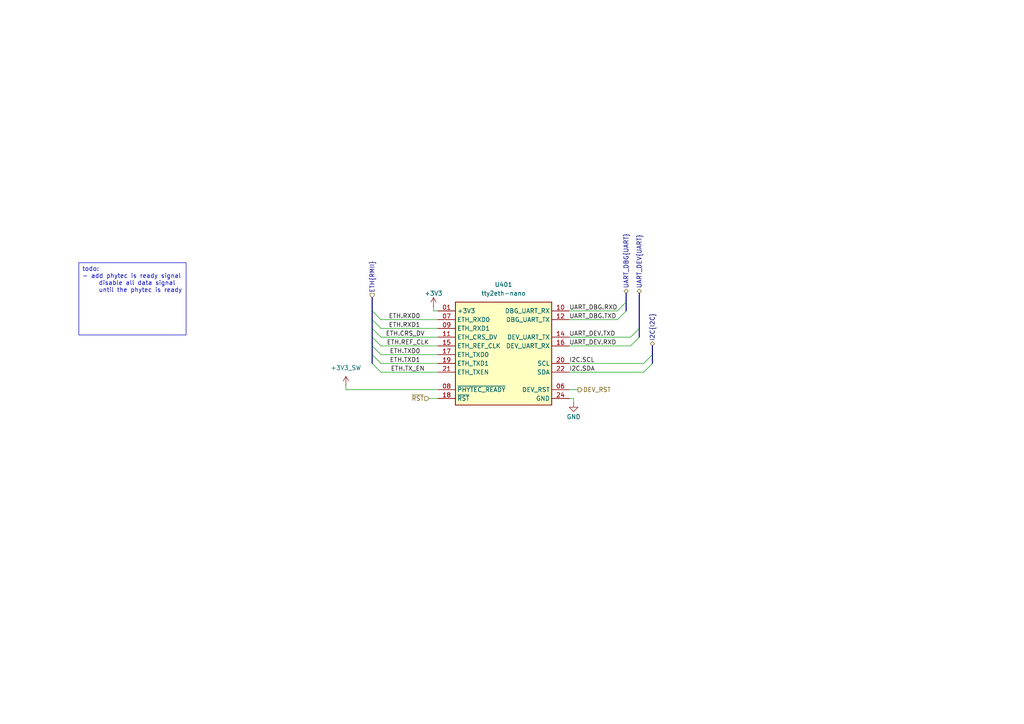
<source format=kicad_sch>
(kicad_sch (version 20250114) (generator "eeschema") (generator_version "9.0")
  (paper "A4")
  (lib_symbols
    (symbol "extras:tty2eth-nano"
      (property "Reference" "U" (at 5.08 3.81 0))
      (property "Value" "tty2eth-nano" (at 33.02 3.81 0))
      (symbol "tty2eth-nano_1_0"
        (pin power_in line (at 0 0 0) (length 5.08) (hide yes) (name "+3V3") (number "02"))
        (pin power_in line (at 0 0 0) (length 5.08) (hide yes) (name "+3V3") (number "03"))
        (pin input line (at 0 -2.54 0) (length 5.08) (name "ETH_RXD0") (number "07"))
        (pin input line (at 0 -5.08 0) (length 5.08) (name "ETH_RXD1") (number "09"))
        (pin output line (at 0 -7.62 0) (length 5.08) (name "ETH_CRS_DV") (number "11"))
        (pin input line (at 0 -10.16 0) (length 5.08) (name "ETH_REF_CLK") (number "15"))
        (pin input line (at 0 -12.7 0) (length 5.08) (name "ETH_TXD0") (number "17"))
        (pin input line (at 0 -15.24 0) (length 5.08) (name "ETH_TXD1") (number "19"))
        (pin input line (at 0 -17.78 0) (length 5.08) (name "ETH_TXEN") (number "21"))
        (pin input line (at 0 -22.86 0) (length 5.08) (name "~{PHYTEC_READY}") (number "08"))
        (pin input line (at 0 -25.4 0) (length 5.08) (name "~{RST}") (number "18"))
        (pin input line (at 38.1 0 180) (length 5.08) (name "DBG_UART_RX") (number "10"))
        (pin output line (at 38.1 -2.54 180) (length 5.08) (name "DBG_UART_TX") (number "12"))
        (pin output line (at 38.1 -7.62 180) (length 5.08) (name "DEV_UART_TX") (number "14"))
        (pin input line (at 38.1 -10.16 180) (length 5.08) (name "DEV_UART_RX") (number "16"))
        (pin output line (at 38.1 -15.24 180) (length 5.08) (name "SCL") (number "20"))
        (pin bidirectional line (at 38.1 -17.78 180) (length 5.08) (name "SDA") (number "22"))
        (pin output line (at 38.1 -22.86 180) (length 5.08) (name "DEV_RST") (number "06"))
        (pin power_in line (at 38.1 -25.4 180) (length 5.08) (hide yes) (name "GND") (number "04"))
        (pin power_in line (at 38.1 -25.4 180) (length 5.08) (hide yes) (name "GND") (number "05"))
        (pin power_in line (at 38.1 -25.4 180) (length 5.08) (hide yes) (name "GND") (number "13"))
        (pin power_in line (at 38.1 -25.4 180) (length 5.08) (hide yes) (name "GND") (number "23"))
        (pin power_in line (at 38.1 -25.4 180) (length 5.08) (name "GND") (number "24"))
      )
      (symbol "tty2eth-nano_1_1"
        (rectangle (start 5.08 2.54) (end 33.02 -27.305) (stroke (width 0.254)) (fill (type background)))
        (pin power_in line (at 0 0 0) (length 5.08) (name "+3V3") (number "01"))
      )
    )
    (symbol "power:+3V3" (power) (pin_numbers (hide yes)) (pin_names (offset 0) (hide yes))
      (property "Value" "+3V3" (at 0 3.556 0))
      (symbol "+3V3_0_1"
        (polyline (pts (xy -0.762 1.27) (xy 0 2.54)))
        (polyline (pts (xy 0 2.54) (xy 0.762 1.27)))
        (polyline (pts (xy 0 0) (xy 0 2.54)))
      )
      (symbol "+3V3_1_1"
        (pin power_in line (at 0 0 90) (length 0) (name "~") (number "1"))
      )
    )
    (symbol "power:GND" (power) (pin_numbers (hide yes)) (pin_names (offset 0) (hide yes))
      (property "Value" "GND" (at 0 -3.81 0))
      (symbol "GND_0_1"
        (polyline (pts (xy 0 0) (xy 0 -1.27) (xy 1.27 -1.27) (xy 0 -2.54) (xy -1.27 -1.27) (xy 0 -1.27)))
      )
      (symbol "GND_1_1"
        (pin power_in line (at 0 0 270) (length 0) (name "~") (number "1"))
      )
    )
  )
  (text_box "todo:\n- add phytec is ready signal\n	disable all data signal \n	until the phytec is ready" (at 22.86 76.2 0) (size 31.115 20.955) (margins 0.9525 0.9525 0.9525 0.9525) (effects (font (size 1.27 1.27)) (justify left top)))
  (bus_entry (at 107.95 100.33) (size 2.54 2.54))
  (bus_entry (at 107.95 102.87) (size 2.54 2.54))
  (bus_entry (at 107.95 90.17) (size 2.54 2.54))
  (bus_entry (at 185.42 97.79) (size -2.54 2.54))
  (bus_entry (at 107.95 95.25) (size 2.54 2.54))
  (bus_entry (at 107.95 97.79) (size 2.54 2.54))
  (bus_entry (at 181.61 87.63) (size -2.54 2.54))
  (bus_entry (at 189.23 105.41) (size -2.54 2.54))
  (bus_entry (at 107.95 105.41) (size 2.54 2.54))
  (bus_entry (at 181.61 90.17) (size -2.54 2.54))
  (bus_entry (at 185.42 95.25) (size -2.54 2.54))
  (bus_entry (at 189.23 102.87) (size -2.54 2.54))
  (bus_entry (at 107.95 92.71) (size 2.54 2.54))
  (wire (pts (xy 110.49 100.33) (xy 127 100.33)))
  (bus (pts (xy 189.23 100.33) (xy 189.23 102.87)))
  (wire (pts (xy 127 90.17) (xy 125.73 90.17)))
  (bus (pts (xy 107.95 95.25) (xy 107.95 97.79)))
  (wire (pts (xy 124.46 115.57) (xy 127 115.57)))
  (bus (pts (xy 107.95 92.71) (xy 107.95 95.25)))
  (wire (pts (xy 165.1 105.41) (xy 186.69 105.41)))
  (wire (pts (xy 100.33 113.03) (xy 127 113.03)))
  (bus (pts (xy 107.95 90.17) (xy 107.95 92.71)))
  (bus (pts (xy 107.95 100.33) (xy 107.95 102.87)))
  (wire (pts (xy 110.49 97.79) (xy 127 97.79)))
  (wire (pts (xy 165.1 90.17) (xy 179.07 90.17)))
  (bus (pts (xy 185.42 95.25) (xy 185.42 97.79)))
  (bus (pts (xy 107.95 97.79) (xy 107.95 100.33)))
  (wire (pts (xy 166.37 115.57) (xy 165.1 115.57)))
  (wire (pts (xy 110.49 107.95) (xy 127 107.95)))
  (bus (pts (xy 107.95 102.87) (xy 107.95 105.41)))
  (wire (pts (xy 110.49 105.41) (xy 127 105.41)))
  (bus (pts (xy 181.61 85.09) (xy 181.61 87.63)))
  (wire (pts (xy 110.49 95.25) (xy 127 95.25)))
  (wire (pts (xy 110.49 92.71) (xy 127 92.71)))
  (wire (pts (xy 110.49 102.87) (xy 127 102.87)))
  (wire (pts (xy 165.1 100.33) (xy 182.88 100.33)))
  (wire (pts (xy 167.64 113.03) (xy 165.1 113.03)))
  (wire (pts (xy 125.73 90.17) (xy 125.73 88.9)))
  (bus (pts (xy 189.23 102.87) (xy 189.23 105.41)))
  (wire (pts (xy 100.33 113.03) (xy 100.33 111.76)))
  (bus (pts (xy 185.42 85.09) (xy 185.42 95.25)))
  (wire (pts (xy 165.1 107.95) (xy 186.69 107.95)))
  (wire (pts (xy 165.1 92.71) (xy 179.07 92.71)))
  (wire (pts (xy 165.1 97.79) (xy 182.88 97.79)))
  (bus (pts (xy 181.61 87.63) (xy 181.61 90.17)))
  (bus (pts (xy 107.95 86.36) (xy 107.95 90.17)))
  (wire (pts (xy 166.37 116.84) (xy 166.37 115.57)))
  (label "UART_DBG.TXD" (at 165.1 92.71 0))
  (label "ETH.CRS_DV" (at 123.19 97.79 180))
  (label "ETH.REF_CLK" (at 124.46 100.33 180))
  (label "UART_DBG.RXD" (at 165.1 90.17 0))
  (label "ETH.RXD1" (at 121.92 95.25 180))
  (label "UART_DEV.TXD" (at 165.1 97.79 0))
  (label "ETH.TXD0" (at 121.92 102.87 180))
  (label "ETH.TX_EN" (at 123.19 107.95 180))
  (label "ETH.RXD0" (at 121.92 92.71 180))
  (label "ETH.TXD1" (at 121.92 105.41 180))
  (label "I2C.SDA" (at 165.1 107.95 0))
  (label "UART_DEV.RXD" (at 165.1 100.33 0))
  (label "I2C.SCL" (at 165.1 105.41 0))
  (hierarchical_label "DEV_RST" (shape output) (at 167.64 113.03 0))
  (hierarchical_label "~{RST}" (shape input) (at 124.46 115.57 180))
  (hierarchical_label "UART_DBG{UART}" (shape bidirectional) (at 181.61 85.09 90))
  (hierarchical_label "ETH{RMII}" (shape input) (at 107.95 86.36 90))
  (hierarchical_label "I2C{I2C}" (shape bidirectional) (at 189.23 100.33 90))
  (hierarchical_label "UART_DEV{UART}" (shape bidirectional) (at 185.42 85.09 90))
  (symbol (lib_id "power:+3V3") (at 125.73 88.9 0) (unit 1)
    (property "Reference" "#PWR0401" (effects (hide yes)))
    (property "Value" "+3V3" (at 125.73 85.09 0))
    (property "Description" "Power symbol creates a global label with name \"+3V3\"" (effects (hide yes)))
  )
  (symbol (lib_id "extras:tty2eth-nano") (at 127 90.17 0) (unit 1)
    (property "Reference" "U401" (at 146.05 82.55 0))
    (property "Value" "tty2eth-nano" (at 146.05 85.09 0))
    (property "Footprint" "extras:tty2eth-nano" (effects (hide yes)))
    (property "Mouser Part Number" "200-CLP11202FDBE" (effects (hide yes)))
  )
  (symbol (lib_id "power:GND") (at 166.37 116.84 0) (unit 1)
    (property "Reference" "#PWR0402" (effects (hide yes)))
    (property "Value" "GND" (at 166.37 120.904 0))
    (property "Description" "Power symbol creates a global label with name \"GND\" , ground" (effects (hide yes)))
  )
  (symbol (lib_id "power:+3V3") (at 100.33 111.76 0) (unit 1)
    (property "Reference" "#PWR0540" (effects (hide yes)))
    (property "Value" "+3V3_SW" (at 100.33 106.68 0))
    (property "Description" "Power symbol creates a global label with name \"+3V3\"" (effects (hide yes)))
  )
)
</source>
